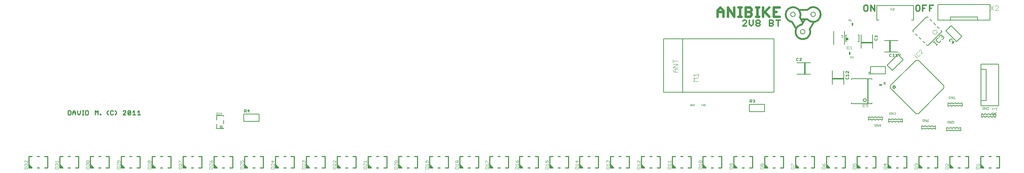
<source format=gto>
G75*
G70*
%OFA0B0*%
%FSLAX24Y24*%
%IPPOS*%
%LPD*%
%AMOC8*
5,1,8,0,0,1.08239X$1,22.5*
%
%ADD10C,0.0100*%
%ADD11C,0.0220*%
%ADD12C,0.0140*%
%ADD13C,0.0010*%
%ADD14C,0.0020*%
%ADD15C,0.0050*%
%ADD16C,0.0060*%
%ADD17C,0.0030*%
%ADD18C,0.0080*%
%ADD19R,0.0148X0.1100*%
%ADD20R,0.1100X0.0148*%
%ADD21R,0.0180X0.0300*%
%ADD22C,0.0040*%
%ADD23R,0.0300X0.0180*%
%ADD24C,0.0160*%
D10*
X000665Y005886D02*
X000765Y005886D01*
X000865Y005886D01*
X000665Y006086D01*
X000665Y005986D01*
X000665Y006086D01*
X000665Y006186D01*
X000965Y005886D01*
X000865Y005886D01*
X000765Y005886D02*
X000665Y005986D01*
X000665Y005886D01*
X000665Y006186D02*
X000665Y006986D01*
X000965Y006986D01*
X001465Y006986D02*
X001665Y006986D01*
X002165Y006986D02*
X002465Y006986D01*
X002465Y005886D01*
X002165Y005886D01*
X001665Y005886D02*
X001465Y005886D01*
X003625Y005886D02*
X003725Y005886D01*
X003825Y005886D01*
X003625Y006086D01*
X003625Y005986D01*
X003625Y006086D01*
X003625Y006186D01*
X003925Y005886D01*
X003825Y005886D01*
X003725Y005886D02*
X003625Y005986D01*
X003625Y005886D01*
X003625Y006186D02*
X003625Y006986D01*
X003925Y006986D01*
X004425Y006986D02*
X004625Y006986D01*
X005125Y006986D02*
X005425Y006986D01*
X005425Y005886D01*
X005125Y005886D01*
X004625Y005886D02*
X004425Y005886D01*
X006585Y005886D02*
X006685Y005886D01*
X006785Y005886D01*
X006585Y006086D01*
X006585Y005986D01*
X006585Y006086D01*
X006585Y006186D01*
X006885Y005886D01*
X006785Y005886D01*
X006685Y005886D02*
X006585Y005986D01*
X006585Y005886D01*
X006585Y006186D02*
X006585Y006986D01*
X006885Y006986D01*
X007385Y006986D02*
X007585Y006986D01*
X008085Y006986D02*
X008385Y006986D01*
X008385Y005886D01*
X008085Y005886D01*
X007585Y005886D02*
X007385Y005886D01*
X009545Y005886D02*
X009645Y005886D01*
X009745Y005886D01*
X009545Y006086D01*
X009545Y005986D01*
X009545Y006086D01*
X009545Y006186D01*
X009845Y005886D01*
X009745Y005886D01*
X009645Y005886D02*
X009545Y005986D01*
X009545Y005886D01*
X009545Y006186D02*
X009545Y006986D01*
X009845Y006986D01*
X010345Y006986D02*
X010545Y006986D01*
X011045Y006986D02*
X011345Y006986D01*
X011345Y005886D01*
X011045Y005886D01*
X010545Y005886D02*
X010345Y005886D01*
X012505Y005886D02*
X012605Y005886D01*
X012705Y005886D01*
X012505Y006086D01*
X012505Y005986D01*
X012505Y006086D01*
X012505Y006186D01*
X012805Y005886D01*
X012705Y005886D01*
X012605Y005886D02*
X012505Y005986D01*
X012505Y005886D01*
X012505Y006186D02*
X012505Y006986D01*
X012805Y006986D01*
X013305Y006986D02*
X013505Y006986D01*
X014005Y006986D02*
X014305Y006986D01*
X014305Y005886D01*
X014005Y005886D01*
X013505Y005886D02*
X013305Y005886D01*
X015465Y005886D02*
X015565Y005886D01*
X015665Y005886D01*
X015465Y006086D01*
X015465Y005986D01*
X015465Y006086D01*
X015465Y006186D01*
X015765Y005886D01*
X015665Y005886D01*
X015565Y005886D02*
X015465Y005986D01*
X015465Y005886D01*
X015465Y006186D02*
X015465Y006986D01*
X015765Y006986D01*
X016265Y006986D02*
X016465Y006986D01*
X016965Y006986D02*
X017265Y006986D01*
X017265Y005886D01*
X016965Y005886D01*
X016465Y005886D02*
X016265Y005886D01*
X018425Y005886D02*
X018525Y005886D01*
X018625Y005886D01*
X018425Y006086D01*
X018425Y005986D01*
X018425Y006086D01*
X018425Y006186D01*
X018725Y005886D01*
X018625Y005886D01*
X018525Y005886D02*
X018425Y005986D01*
X018425Y005886D01*
X018425Y006186D02*
X018425Y006986D01*
X018725Y006986D01*
X019225Y006986D02*
X019425Y006986D01*
X019925Y006986D02*
X020225Y006986D01*
X020225Y005886D01*
X019925Y005886D01*
X019425Y005886D02*
X019225Y005886D01*
X021385Y005886D02*
X021485Y005886D01*
X021585Y005886D01*
X021385Y006086D01*
X021385Y005986D01*
X021385Y006086D01*
X021385Y006186D01*
X021685Y005886D01*
X021585Y005886D01*
X021485Y005886D02*
X021385Y005986D01*
X021385Y005886D01*
X021385Y006186D02*
X021385Y006986D01*
X021685Y006986D01*
X022185Y006986D02*
X022385Y006986D01*
X022885Y006986D02*
X023185Y006986D01*
X023185Y005886D01*
X022885Y005886D01*
X022385Y005886D02*
X022185Y005886D01*
X024345Y005886D02*
X024445Y005886D01*
X024545Y005886D01*
X024345Y006086D01*
X024345Y005986D01*
X024345Y006086D01*
X024345Y006186D01*
X024645Y005886D01*
X024545Y005886D01*
X024445Y005886D02*
X024345Y005986D01*
X024345Y005886D01*
X024345Y006186D02*
X024345Y006986D01*
X024645Y006986D01*
X025145Y006986D02*
X025345Y006986D01*
X025845Y006986D02*
X026145Y006986D01*
X026145Y005886D01*
X025845Y005886D01*
X025345Y005886D02*
X025145Y005886D01*
X027305Y005886D02*
X027405Y005886D01*
X027505Y005886D01*
X027305Y006086D01*
X027305Y005986D01*
X027305Y006086D01*
X027305Y006186D01*
X027605Y005886D01*
X027505Y005886D01*
X027405Y005886D02*
X027305Y005986D01*
X027305Y005886D01*
X027305Y006186D02*
X027305Y006986D01*
X027605Y006986D01*
X028105Y006986D02*
X028305Y006986D01*
X028805Y006986D02*
X029105Y006986D01*
X029105Y005886D01*
X028805Y005886D01*
X028305Y005886D02*
X028105Y005886D01*
X030265Y005886D02*
X030365Y005886D01*
X030465Y005886D01*
X030265Y006086D01*
X030265Y005986D01*
X030265Y006086D01*
X030265Y006186D01*
X030565Y005886D01*
X030465Y005886D01*
X030365Y005886D02*
X030265Y005986D01*
X030265Y005886D01*
X030265Y006186D02*
X030265Y006986D01*
X030565Y006986D01*
X031065Y006986D02*
X031265Y006986D01*
X031765Y006986D02*
X032065Y006986D01*
X032065Y005886D01*
X031765Y005886D01*
X031265Y005886D02*
X031065Y005886D01*
X033225Y005886D02*
X033325Y005886D01*
X033425Y005886D01*
X033225Y006086D01*
X033225Y005986D01*
X033225Y006086D01*
X033225Y006186D01*
X033525Y005886D01*
X033425Y005886D01*
X033325Y005886D02*
X033225Y005986D01*
X033225Y005886D01*
X033225Y006186D02*
X033225Y006986D01*
X033525Y006986D01*
X034025Y006986D02*
X034225Y006986D01*
X034725Y006986D02*
X035025Y006986D01*
X035025Y005886D01*
X034725Y005886D01*
X034225Y005886D02*
X034025Y005886D01*
X036185Y005886D02*
X036285Y005886D01*
X036385Y005886D01*
X036185Y006086D01*
X036185Y005986D01*
X036185Y006086D01*
X036185Y006186D01*
X036485Y005886D01*
X036385Y005886D01*
X036285Y005886D02*
X036185Y005986D01*
X036185Y005886D01*
X036185Y006186D02*
X036185Y006986D01*
X036485Y006986D01*
X036985Y006986D02*
X037185Y006986D01*
X037685Y006986D02*
X037985Y006986D01*
X037985Y005886D01*
X037685Y005886D01*
X037185Y005886D02*
X036985Y005886D01*
X039145Y005886D02*
X039245Y005886D01*
X039345Y005886D01*
X039145Y006086D01*
X039145Y005986D01*
X039145Y006086D01*
X039145Y006186D01*
X039445Y005886D01*
X039345Y005886D01*
X039245Y005886D02*
X039145Y005986D01*
X039145Y005886D01*
X039145Y006186D02*
X039145Y006986D01*
X039445Y006986D01*
X039945Y006986D02*
X040145Y006986D01*
X040645Y006986D02*
X040945Y006986D01*
X040945Y005886D01*
X040645Y005886D01*
X040145Y005886D02*
X039945Y005886D01*
X042025Y005886D02*
X042125Y005886D01*
X042225Y005886D01*
X042025Y006086D01*
X042025Y005986D01*
X042025Y006086D01*
X042025Y006186D01*
X042325Y005886D01*
X042225Y005886D01*
X042125Y005886D02*
X042025Y005986D01*
X042025Y005886D01*
X042025Y006186D02*
X042025Y006986D01*
X042325Y006986D01*
X042825Y006986D02*
X043025Y006986D01*
X043525Y006986D02*
X043825Y006986D01*
X043825Y005886D01*
X043525Y005886D01*
X043025Y005886D02*
X042825Y005886D01*
X044905Y005886D02*
X045005Y005886D01*
X045105Y005886D01*
X044905Y006086D01*
X044905Y005986D01*
X044905Y006086D01*
X044905Y006186D01*
X045205Y005886D01*
X045105Y005886D01*
X045005Y005886D02*
X044905Y005986D01*
X044905Y005886D01*
X044905Y006186D02*
X044905Y006986D01*
X045205Y006986D01*
X045705Y006986D02*
X045905Y006986D01*
X046405Y006986D02*
X046705Y006986D01*
X046705Y005886D01*
X046405Y005886D01*
X045905Y005886D02*
X045705Y005886D01*
X047785Y005886D02*
X047885Y005886D01*
X047985Y005886D01*
X047785Y006086D01*
X047785Y005986D01*
X047785Y006086D01*
X047785Y006186D01*
X048085Y005886D01*
X047985Y005886D01*
X047885Y005886D02*
X047785Y005986D01*
X047785Y005886D01*
X047785Y006186D02*
X047785Y006986D01*
X048085Y006986D01*
X048585Y006986D02*
X048785Y006986D01*
X049285Y006986D02*
X049585Y006986D01*
X049585Y005886D01*
X049285Y005886D01*
X048785Y005886D02*
X048585Y005886D01*
X050665Y005886D02*
X050765Y005886D01*
X050865Y005886D01*
X050665Y006086D01*
X050665Y005986D01*
X050665Y006086D01*
X050665Y006186D01*
X050965Y005886D01*
X050865Y005886D01*
X050765Y005886D02*
X050665Y005986D01*
X050665Y005886D01*
X050665Y006186D02*
X050665Y006986D01*
X050965Y006986D01*
X051465Y006986D02*
X051665Y006986D01*
X052165Y006986D02*
X052465Y006986D01*
X052465Y005886D01*
X052165Y005886D01*
X051665Y005886D02*
X051465Y005886D01*
X053545Y005886D02*
X053645Y005886D01*
X053745Y005886D01*
X053545Y006086D01*
X053545Y005986D01*
X053545Y006086D01*
X053545Y006186D01*
X053845Y005886D01*
X053745Y005886D01*
X053645Y005886D02*
X053545Y005986D01*
X053545Y005886D01*
X053545Y006186D02*
X053545Y006986D01*
X053845Y006986D01*
X054345Y006986D02*
X054545Y006986D01*
X055045Y006986D02*
X055345Y006986D01*
X055345Y005886D01*
X055045Y005886D01*
X054545Y005886D02*
X054345Y005886D01*
X056505Y005886D02*
X056605Y005886D01*
X056705Y005886D01*
X056505Y006086D01*
X056505Y005986D01*
X056505Y006086D01*
X056505Y006186D01*
X056805Y005886D01*
X056705Y005886D01*
X056605Y005886D02*
X056505Y005986D01*
X056505Y005886D01*
X056505Y006186D02*
X056505Y006986D01*
X056805Y006986D01*
X057305Y006986D02*
X057505Y006986D01*
X058005Y006986D02*
X058305Y006986D01*
X058305Y005886D01*
X058005Y005886D01*
X057505Y005886D02*
X057305Y005886D01*
X059465Y005886D02*
X059565Y005886D01*
X059665Y005886D01*
X059465Y006086D01*
X059465Y005986D01*
X059465Y006086D01*
X059465Y006186D01*
X059765Y005886D01*
X059665Y005886D01*
X059565Y005886D02*
X059465Y005986D01*
X059465Y005886D01*
X059465Y006186D02*
X059465Y006986D01*
X059765Y006986D01*
X060265Y006986D02*
X060465Y006986D01*
X060965Y006986D02*
X061265Y006986D01*
X061265Y005886D01*
X060965Y005886D01*
X060465Y005886D02*
X060265Y005886D01*
X062425Y005886D02*
X062525Y005886D01*
X062625Y005886D01*
X062425Y006086D01*
X062425Y005986D01*
X062425Y006086D01*
X062425Y006186D01*
X062725Y005886D01*
X062625Y005886D01*
X062525Y005886D02*
X062425Y005986D01*
X062425Y005886D01*
X062425Y006186D02*
X062425Y006986D01*
X062725Y006986D01*
X063225Y006986D02*
X063425Y006986D01*
X063925Y006986D02*
X064225Y006986D01*
X064225Y005886D01*
X063925Y005886D01*
X063425Y005886D02*
X063225Y005886D01*
X065385Y005886D02*
X065485Y005886D01*
X065585Y005886D01*
X065385Y006086D01*
X065385Y005986D01*
X065385Y006086D01*
X065385Y006186D01*
X065685Y005886D01*
X065585Y005886D01*
X065485Y005886D02*
X065385Y005986D01*
X065385Y005886D01*
X065385Y006186D02*
X065385Y006986D01*
X065685Y006986D01*
X066185Y006986D02*
X066385Y006986D01*
X066885Y006986D02*
X067185Y006986D01*
X067185Y005886D01*
X066885Y005886D01*
X066385Y005886D02*
X066185Y005886D01*
X068345Y005886D02*
X068445Y005886D01*
X068545Y005886D01*
X068345Y006086D01*
X068345Y005986D01*
X068345Y006086D01*
X068345Y006186D01*
X068645Y005886D01*
X068545Y005886D01*
X068445Y005886D02*
X068345Y005986D01*
X068345Y005886D01*
X068345Y006186D02*
X068345Y006986D01*
X068645Y006986D01*
X069145Y006986D02*
X069345Y006986D01*
X069845Y006986D02*
X070145Y006986D01*
X070145Y005886D01*
X069845Y005886D01*
X069345Y005886D02*
X069145Y005886D01*
X071305Y005886D02*
X071405Y005886D01*
X071505Y005886D01*
X071305Y006086D01*
X071305Y005986D01*
X071305Y006086D01*
X071305Y006186D01*
X071605Y005886D01*
X071505Y005886D01*
X071405Y005886D02*
X071305Y005986D01*
X071305Y005886D01*
X071305Y006186D02*
X071305Y006986D01*
X071605Y006986D01*
X072105Y006986D02*
X072305Y006986D01*
X072805Y006986D02*
X073105Y006986D01*
X073105Y005886D01*
X072805Y005886D01*
X072305Y005886D02*
X072105Y005886D01*
X074265Y005886D02*
X074365Y005886D01*
X074465Y005886D01*
X074265Y006086D01*
X074265Y005986D01*
X074265Y006086D01*
X074265Y006186D01*
X074565Y005886D01*
X074465Y005886D01*
X074365Y005886D02*
X074265Y005986D01*
X074265Y005886D01*
X074265Y006186D02*
X074265Y006986D01*
X074565Y006986D01*
X075065Y006986D02*
X075265Y006986D01*
X075765Y006986D02*
X076065Y006986D01*
X076065Y005886D01*
X075765Y005886D01*
X075265Y005886D02*
X075065Y005886D01*
X077225Y005886D02*
X077325Y005886D01*
X077425Y005886D01*
X077225Y006086D01*
X077225Y005986D01*
X077225Y006086D01*
X077225Y006186D01*
X077525Y005886D01*
X077425Y005886D01*
X077325Y005886D02*
X077225Y005986D01*
X077225Y005886D01*
X077225Y006186D02*
X077225Y006986D01*
X077525Y006986D01*
X078025Y006986D02*
X078225Y006986D01*
X078725Y006986D02*
X079025Y006986D01*
X079025Y005886D01*
X078725Y005886D01*
X078225Y005886D02*
X078025Y005886D01*
X080185Y005886D02*
X080285Y005886D01*
X080385Y005886D01*
X080185Y006086D01*
X080185Y005986D01*
X080185Y006086D01*
X080185Y006186D01*
X080485Y005886D01*
X080385Y005886D01*
X080285Y005886D02*
X080185Y005986D01*
X080185Y005886D01*
X080185Y006186D02*
X080185Y006986D01*
X080485Y006986D01*
X080985Y006986D02*
X081185Y006986D01*
X081685Y006986D02*
X081985Y006986D01*
X081985Y005886D01*
X081685Y005886D01*
X081185Y005886D02*
X080985Y005886D01*
X083145Y005886D02*
X083245Y005886D01*
X083345Y005886D01*
X083145Y006086D01*
X083145Y005986D01*
X083145Y006086D01*
X083145Y006186D01*
X083445Y005886D01*
X083345Y005886D01*
X083245Y005886D02*
X083145Y005986D01*
X083145Y005886D01*
X083145Y006186D02*
X083145Y006986D01*
X083445Y006986D01*
X083945Y006986D02*
X084145Y006986D01*
X084645Y006986D02*
X084945Y006986D01*
X084945Y005886D01*
X084645Y005886D01*
X084145Y005886D02*
X083945Y005886D01*
X086105Y005886D02*
X086205Y005886D01*
X086305Y005886D01*
X086105Y006086D01*
X086105Y005986D01*
X086105Y006086D01*
X086105Y006186D01*
X086405Y005886D01*
X086305Y005886D01*
X086205Y005886D02*
X086105Y005986D01*
X086105Y005886D01*
X086105Y006186D02*
X086105Y006986D01*
X086405Y006986D01*
X086905Y006986D02*
X087105Y006986D01*
X087605Y006986D02*
X087905Y006986D01*
X087905Y005886D01*
X087605Y005886D01*
X087105Y005886D02*
X086905Y005886D01*
X089065Y005886D02*
X089165Y005886D01*
X089265Y005886D01*
X089065Y006086D01*
X089065Y005986D01*
X089065Y006086D01*
X089065Y006186D01*
X089365Y005886D01*
X089265Y005886D01*
X089165Y005886D02*
X089065Y005986D01*
X089065Y005886D01*
X089065Y006186D02*
X089065Y006986D01*
X089365Y006986D01*
X089865Y006986D02*
X090065Y006986D01*
X090565Y006986D02*
X090865Y006986D01*
X090865Y005886D01*
X090565Y005886D01*
X090065Y005886D02*
X089865Y005886D01*
X092025Y005886D02*
X092125Y005886D01*
X092225Y005886D01*
X092025Y006086D01*
X092025Y005986D01*
X092025Y006086D01*
X092025Y006186D01*
X092325Y005886D01*
X092225Y005886D01*
X092125Y005886D02*
X092025Y005986D01*
X092025Y005886D01*
X092025Y006186D02*
X092025Y006986D01*
X092325Y006986D01*
X092825Y006986D02*
X093025Y006986D01*
X093525Y006986D02*
X093825Y006986D01*
X093825Y005886D01*
X093525Y005886D01*
X093025Y005886D02*
X092825Y005886D01*
X081215Y012096D02*
X081215Y014446D01*
X083607Y013666D02*
X083609Y013686D01*
X083614Y013706D01*
X083624Y013724D01*
X083636Y013741D01*
X083651Y013755D01*
X083669Y013765D01*
X083688Y013773D01*
X083708Y013777D01*
X083728Y013777D01*
X083748Y013773D01*
X083767Y013765D01*
X083785Y013755D01*
X083800Y013741D01*
X083812Y013724D01*
X083822Y013706D01*
X083827Y013686D01*
X083829Y013666D01*
X083827Y013646D01*
X083822Y013626D01*
X083812Y013608D01*
X083800Y013591D01*
X083785Y013577D01*
X083767Y013567D01*
X083748Y013559D01*
X083728Y013555D01*
X083708Y013555D01*
X083688Y013559D01*
X083669Y013567D01*
X083651Y013577D01*
X083636Y013591D01*
X083624Y013608D01*
X083614Y013626D01*
X083609Y013646D01*
X083607Y013666D01*
X011367Y010991D02*
X011100Y010991D01*
X011234Y010991D02*
X011234Y011391D01*
X011100Y011258D01*
X010907Y010991D02*
X010640Y010991D01*
X010773Y010991D02*
X010773Y011391D01*
X010640Y011258D01*
X010446Y011324D02*
X010179Y011057D01*
X010246Y010991D01*
X010380Y010991D01*
X010446Y011057D01*
X010446Y011324D01*
X010380Y011391D01*
X010246Y011391D01*
X010179Y011324D01*
X010179Y011057D01*
X009986Y010991D02*
X009719Y010991D01*
X009986Y011258D01*
X009986Y011324D01*
X009919Y011391D01*
X009786Y011391D01*
X009719Y011324D01*
X009085Y011258D02*
X009085Y011124D01*
X008952Y010991D01*
X008758Y011057D02*
X008692Y010991D01*
X008558Y010991D01*
X008491Y011057D01*
X008491Y011324D01*
X008558Y011391D01*
X008692Y011391D01*
X008758Y011324D01*
X008952Y011391D02*
X009085Y011258D01*
X008318Y011391D02*
X008185Y011258D01*
X008185Y011124D01*
X008318Y010991D01*
X007561Y010991D02*
X007494Y010991D01*
X007494Y011057D01*
X007561Y011057D01*
X007561Y010991D01*
X007301Y010991D02*
X007301Y011391D01*
X007167Y011258D01*
X007034Y011391D01*
X007034Y010991D01*
X006380Y011057D02*
X006380Y011324D01*
X006313Y011391D01*
X006113Y011391D01*
X006113Y010991D01*
X006313Y010991D01*
X006380Y011057D01*
X005940Y010991D02*
X005806Y010991D01*
X005873Y010991D02*
X005873Y011391D01*
X005806Y011391D02*
X005940Y011391D01*
X005613Y011391D02*
X005613Y011124D01*
X005479Y010991D01*
X005346Y011124D01*
X005346Y011391D01*
X005152Y011258D02*
X005152Y010991D01*
X005152Y011191D02*
X004885Y011191D01*
X004885Y011258D02*
X004885Y010991D01*
X004692Y011057D02*
X004692Y011324D01*
X004625Y011391D01*
X004425Y011391D01*
X004425Y010991D01*
X004625Y010991D01*
X004692Y011057D01*
X004885Y011258D02*
X005019Y011391D01*
X005152Y011258D01*
D11*
X066755Y020436D02*
X066755Y021023D01*
X067049Y021316D01*
X067342Y021023D01*
X067342Y020436D01*
X067768Y020436D02*
X067768Y021316D01*
X068355Y020436D01*
X068355Y021316D01*
X068781Y021316D02*
X069074Y021316D01*
X068927Y021316D02*
X068927Y020436D01*
X068781Y020436D02*
X069074Y020436D01*
X069456Y020436D02*
X069896Y020436D01*
X070043Y020582D01*
X070043Y020729D01*
X069896Y020876D01*
X069456Y020876D01*
X069896Y020876D02*
X070043Y021023D01*
X070043Y021170D01*
X069896Y021316D01*
X069456Y021316D01*
X069456Y020436D01*
X070469Y020436D02*
X070762Y020436D01*
X070616Y020436D02*
X070616Y021316D01*
X070762Y021316D02*
X070469Y021316D01*
X071144Y021316D02*
X071144Y020436D01*
X071144Y020729D02*
X071731Y021316D01*
X072157Y021316D02*
X072157Y020436D01*
X072744Y020436D01*
X071731Y020436D02*
X071291Y020876D01*
X072157Y020876D02*
X072450Y020876D01*
X072157Y021316D02*
X072744Y021316D01*
X067342Y020876D02*
X066755Y020876D01*
D12*
X069195Y019983D02*
X069288Y020076D01*
X069475Y020076D01*
X069569Y019983D01*
X069569Y019889D01*
X069195Y019516D01*
X069569Y019516D01*
X069840Y019702D02*
X070026Y019516D01*
X070213Y019702D01*
X070213Y020076D01*
X070484Y019983D02*
X070484Y019889D01*
X070577Y019796D01*
X070764Y019796D01*
X070858Y019702D01*
X070858Y019609D01*
X070764Y019516D01*
X070577Y019516D01*
X070484Y019609D01*
X070484Y019702D01*
X070577Y019796D01*
X070764Y019796D02*
X070858Y019889D01*
X070858Y019983D01*
X070764Y020076D01*
X070577Y020076D01*
X070484Y019983D01*
X069840Y020076D02*
X069840Y019702D01*
X071773Y019796D02*
X072053Y019796D01*
X072147Y019702D01*
X072147Y019609D01*
X072053Y019516D01*
X071773Y019516D01*
X071773Y020076D01*
X072053Y020076D01*
X072147Y019983D01*
X072147Y019889D01*
X072053Y019796D01*
X072418Y020076D02*
X072791Y020076D01*
X072604Y020076D02*
X072604Y019516D01*
X080845Y021049D02*
X080845Y021423D01*
X080938Y021516D01*
X081125Y021516D01*
X081219Y021423D01*
X081219Y021049D01*
X081125Y020956D01*
X080938Y020956D01*
X080845Y021049D01*
X081490Y020956D02*
X081490Y021516D01*
X081863Y020956D01*
X081863Y021516D01*
X085835Y021423D02*
X085835Y021049D01*
X085928Y020956D01*
X086115Y020956D01*
X086209Y021049D01*
X086209Y021423D01*
X086115Y021516D01*
X085928Y021516D01*
X085835Y021423D01*
X086480Y021516D02*
X086853Y021516D01*
X087124Y021516D02*
X087498Y021516D01*
X087124Y021516D02*
X087124Y020956D01*
X087124Y021236D02*
X087311Y021236D01*
X086666Y021236D02*
X086480Y021236D01*
X086480Y020956D02*
X086480Y021516D01*
D13*
X079577Y020161D02*
X079577Y020011D01*
X079527Y020011D02*
X079627Y020011D01*
X079527Y020111D02*
X079577Y020161D01*
X079480Y020136D02*
X079480Y020086D01*
X079455Y020061D01*
X079380Y020061D01*
X079430Y020061D02*
X079480Y020011D01*
X079380Y020011D02*
X079380Y020161D01*
X079455Y020161D01*
X079480Y020136D01*
X078817Y018658D02*
X078817Y018558D01*
X078817Y018511D02*
X078817Y018411D01*
X078667Y018411D01*
X078717Y018558D02*
X078667Y018608D01*
X078817Y018608D01*
X079545Y016601D02*
X079620Y016601D01*
X079645Y016576D01*
X079645Y016526D01*
X079620Y016501D01*
X079545Y016501D01*
X079545Y016451D02*
X079545Y016601D01*
X079595Y016501D02*
X079645Y016451D01*
X079693Y016451D02*
X079793Y016551D01*
X079793Y016576D01*
X079768Y016601D01*
X079718Y016601D01*
X079693Y016576D01*
X079693Y016451D02*
X079793Y016451D01*
X082750Y014163D02*
X082750Y014063D01*
X082825Y014063D01*
X082800Y014113D01*
X082800Y014138D01*
X082825Y014163D01*
X082875Y014163D01*
X082900Y014138D01*
X082900Y014088D01*
X082875Y014063D01*
X082900Y014016D02*
X082850Y013966D01*
X082850Y013991D02*
X082850Y013916D01*
X082900Y013916D02*
X082750Y013916D01*
X082750Y013991D01*
X082775Y014016D01*
X082825Y014016D01*
X082850Y013991D01*
X065605Y011976D02*
X065605Y011876D01*
X065580Y011851D01*
X065505Y011851D01*
X065505Y012001D01*
X065580Y012001D01*
X065605Y011976D01*
X065457Y012001D02*
X065357Y011851D01*
X065260Y011851D02*
X065260Y012001D01*
X065210Y012001D02*
X065310Y012001D01*
X065357Y012001D02*
X065457Y011851D01*
X064565Y011876D02*
X064565Y011976D01*
X064540Y012001D01*
X064465Y012001D01*
X064465Y011851D01*
X064540Y011851D01*
X064565Y011876D01*
X064417Y011851D02*
X064317Y012001D01*
X064270Y011976D02*
X064270Y011926D01*
X064245Y011901D01*
X064170Y011901D01*
X064220Y011901D02*
X064270Y011851D01*
X064317Y011851D02*
X064417Y012001D01*
X064270Y011976D02*
X064245Y012001D01*
X064170Y012001D01*
X064170Y011851D01*
D14*
X080686Y011766D02*
X080759Y011766D01*
X080722Y011766D02*
X080722Y011986D01*
X080686Y011986D02*
X080759Y011986D01*
X080833Y011949D02*
X080833Y011802D01*
X080870Y011766D01*
X080943Y011766D01*
X080980Y011802D01*
X081054Y011802D02*
X081091Y011766D01*
X081164Y011766D01*
X081201Y011802D01*
X081201Y011876D01*
X081164Y011912D01*
X081127Y011912D01*
X081054Y011876D01*
X081054Y011986D01*
X081201Y011986D01*
X080980Y011949D02*
X080943Y011986D01*
X080870Y011986D01*
X080833Y011949D01*
X083284Y011228D02*
X083395Y011228D01*
X083431Y011192D01*
X083431Y011118D01*
X083395Y011081D01*
X083284Y011081D01*
X083284Y011008D02*
X083284Y011228D01*
X083358Y011081D02*
X083431Y011008D01*
X083505Y011008D02*
X083505Y011228D01*
X083652Y011008D01*
X083652Y011228D01*
X083726Y011192D02*
X083763Y011228D01*
X083837Y011228D01*
X083873Y011192D01*
X083873Y011155D01*
X083837Y011118D01*
X083873Y011081D01*
X083873Y011045D01*
X083837Y011008D01*
X083763Y011008D01*
X083726Y011045D01*
X083800Y011118D02*
X083837Y011118D01*
X086464Y010548D02*
X086575Y010548D01*
X086611Y010512D01*
X086611Y010438D01*
X086575Y010401D01*
X086464Y010401D01*
X086464Y010328D02*
X086464Y010548D01*
X086538Y010401D02*
X086611Y010328D01*
X086685Y010328D02*
X086685Y010548D01*
X086832Y010328D01*
X086832Y010548D01*
X086906Y010438D02*
X087017Y010438D01*
X087053Y010401D01*
X087053Y010365D01*
X087017Y010328D01*
X086943Y010328D01*
X086906Y010365D01*
X086906Y010438D01*
X086980Y010512D01*
X087053Y010548D01*
X088874Y010388D02*
X088985Y010388D01*
X089021Y010352D01*
X089021Y010278D01*
X088985Y010241D01*
X088874Y010241D01*
X088874Y010168D02*
X088874Y010388D01*
X088948Y010241D02*
X089021Y010168D01*
X089095Y010168D02*
X089095Y010388D01*
X089242Y010168D01*
X089242Y010388D01*
X089316Y010388D02*
X089316Y010278D01*
X089390Y010315D01*
X089427Y010315D01*
X089463Y010278D01*
X089463Y010205D01*
X089427Y010168D01*
X089353Y010168D01*
X089316Y010205D01*
X089316Y010388D02*
X089463Y010388D01*
X092224Y011488D02*
X092224Y011708D01*
X092335Y011708D01*
X092371Y011672D01*
X092371Y011598D01*
X092335Y011561D01*
X092224Y011561D01*
X092298Y011561D02*
X092371Y011488D01*
X092445Y011488D02*
X092445Y011708D01*
X092592Y011488D01*
X092592Y011708D01*
X092666Y011672D02*
X092703Y011708D01*
X092777Y011708D01*
X092813Y011672D01*
X092813Y011635D01*
X092666Y011488D01*
X092813Y011488D01*
X089593Y012528D02*
X089446Y012528D01*
X089372Y012528D02*
X089372Y012748D01*
X089446Y012675D02*
X089520Y012748D01*
X089520Y012528D01*
X089372Y012528D02*
X089225Y012748D01*
X089225Y012528D01*
X089151Y012528D02*
X089078Y012601D01*
X089115Y012601D02*
X089004Y012601D01*
X089004Y012528D02*
X089004Y012748D01*
X089115Y012748D01*
X089151Y012712D01*
X089151Y012638D01*
X089115Y012601D01*
X082415Y010083D02*
X082305Y009973D01*
X082451Y009973D01*
X082415Y009863D02*
X082415Y010083D01*
X082230Y010083D02*
X082230Y009863D01*
X082084Y010083D01*
X082084Y009863D01*
X082009Y009863D02*
X081936Y009937D01*
X081973Y009937D02*
X081863Y009937D01*
X081863Y009863D02*
X081863Y010083D01*
X081973Y010083D01*
X082009Y010047D01*
X082009Y009973D01*
X081973Y009937D01*
X079680Y017334D02*
X079533Y017334D01*
X079607Y017334D02*
X079607Y017555D01*
X079533Y017481D01*
X079459Y017518D02*
X079422Y017555D01*
X079349Y017555D01*
X079312Y017518D01*
X079312Y017371D01*
X079349Y017334D01*
X079422Y017334D01*
X079459Y017371D01*
X079238Y017334D02*
X079165Y017334D01*
X079202Y017334D02*
X079202Y017555D01*
X079238Y017555D02*
X079165Y017555D01*
X087434Y018941D02*
X087436Y018968D01*
X087442Y018995D01*
X087451Y019021D01*
X087464Y019045D01*
X087480Y019068D01*
X087499Y019087D01*
X087521Y019104D01*
X087545Y019118D01*
X087570Y019128D01*
X087597Y019135D01*
X087624Y019138D01*
X087652Y019137D01*
X087679Y019132D01*
X087705Y019124D01*
X087729Y019112D01*
X087752Y019096D01*
X087773Y019078D01*
X087790Y019057D01*
X087805Y019033D01*
X087816Y019008D01*
X087824Y018982D01*
X087828Y018955D01*
X087828Y018927D01*
X087824Y018900D01*
X087816Y018874D01*
X087805Y018849D01*
X087790Y018825D01*
X087773Y018804D01*
X087752Y018786D01*
X087730Y018770D01*
X087705Y018758D01*
X087679Y018750D01*
X087652Y018745D01*
X087624Y018744D01*
X087597Y018747D01*
X087570Y018754D01*
X087545Y018764D01*
X087521Y018778D01*
X087499Y018795D01*
X087480Y018814D01*
X087464Y018837D01*
X087451Y018861D01*
X087442Y018887D01*
X087436Y018914D01*
X087434Y018941D01*
X083723Y021046D02*
X083576Y021046D01*
X083723Y021192D01*
X083723Y021229D01*
X083686Y021266D01*
X083613Y021266D01*
X083576Y021229D01*
X083502Y021229D02*
X083465Y021266D01*
X083392Y021266D01*
X083355Y021229D01*
X083355Y021192D01*
X083392Y021156D01*
X083465Y021156D01*
X083502Y021119D01*
X083502Y021082D01*
X083465Y021046D01*
X083392Y021046D01*
X083355Y021082D01*
X019177Y011095D02*
X019030Y011095D01*
X019140Y011205D01*
X019140Y010985D01*
X018956Y011022D02*
X018919Y010985D01*
X018846Y010985D01*
X018809Y011022D01*
X018809Y011168D01*
X018846Y011205D01*
X018919Y011205D01*
X018956Y011168D01*
X018735Y011205D02*
X018662Y011205D01*
X018699Y011205D02*
X018699Y010985D01*
X018735Y010985D02*
X018662Y010985D01*
D15*
X018691Y010916D02*
X018691Y010483D01*
X018691Y010089D02*
X018691Y009656D01*
X019380Y009656D01*
X019380Y009715D01*
X019046Y009833D02*
X019048Y009852D01*
X019053Y009871D01*
X019063Y009887D01*
X019075Y009902D01*
X019090Y009914D01*
X019106Y009924D01*
X019125Y009929D01*
X019144Y009931D01*
X019163Y009929D01*
X019182Y009924D01*
X019198Y009914D01*
X019213Y009902D01*
X019225Y009887D01*
X019235Y009871D01*
X019240Y009852D01*
X019242Y009833D01*
X019240Y009814D01*
X019235Y009795D01*
X019225Y009779D01*
X019213Y009764D01*
X019198Y009752D01*
X019182Y009742D01*
X019163Y009737D01*
X019144Y009735D01*
X019125Y009737D01*
X019106Y009742D01*
X019090Y009752D01*
X019075Y009764D01*
X019063Y009779D01*
X019053Y009795D01*
X019048Y009814D01*
X019046Y009833D01*
X019380Y010109D02*
X019380Y010463D01*
X019380Y010857D02*
X019380Y010916D01*
X018691Y010916D01*
X061618Y013166D02*
X072209Y013166D01*
X072209Y018284D01*
X061618Y018284D01*
X061618Y013166D01*
X063445Y013206D02*
X063445Y018246D01*
X073799Y020647D02*
X073801Y020676D01*
X073807Y020704D01*
X073816Y020731D01*
X073829Y020757D01*
X073845Y020780D01*
X073865Y020802D01*
X073886Y020820D01*
X073911Y020836D01*
X073937Y020848D01*
X073964Y020856D01*
X073992Y020861D01*
X074021Y020862D01*
X074050Y020859D01*
X074078Y020852D01*
X074105Y020842D01*
X074130Y020828D01*
X074153Y020811D01*
X074173Y020791D01*
X074191Y020769D01*
X074206Y020744D01*
X074217Y020718D01*
X074225Y020690D01*
X074229Y020661D01*
X074229Y020633D01*
X074225Y020604D01*
X074217Y020576D01*
X074206Y020550D01*
X074191Y020525D01*
X074173Y020503D01*
X074153Y020483D01*
X074130Y020466D01*
X074105Y020452D01*
X074078Y020442D01*
X074050Y020435D01*
X074021Y020432D01*
X073992Y020433D01*
X073964Y020438D01*
X073937Y020446D01*
X073911Y020458D01*
X073886Y020474D01*
X073865Y020492D01*
X073845Y020514D01*
X073829Y020537D01*
X073816Y020563D01*
X073807Y020590D01*
X073801Y020618D01*
X073799Y020647D01*
X075750Y020646D02*
X075752Y020675D01*
X075758Y020703D01*
X075767Y020730D01*
X075780Y020756D01*
X075796Y020779D01*
X075816Y020801D01*
X075837Y020819D01*
X075862Y020835D01*
X075888Y020847D01*
X075915Y020855D01*
X075943Y020860D01*
X075972Y020861D01*
X076001Y020858D01*
X076029Y020851D01*
X076056Y020841D01*
X076081Y020827D01*
X076104Y020810D01*
X076124Y020790D01*
X076142Y020768D01*
X076157Y020743D01*
X076168Y020717D01*
X076176Y020689D01*
X076180Y020660D01*
X076180Y020632D01*
X076176Y020603D01*
X076168Y020575D01*
X076157Y020549D01*
X076142Y020524D01*
X076124Y020502D01*
X076104Y020482D01*
X076081Y020465D01*
X076056Y020451D01*
X076029Y020441D01*
X076001Y020434D01*
X075972Y020431D01*
X075943Y020432D01*
X075915Y020437D01*
X075888Y020445D01*
X075862Y020457D01*
X075837Y020473D01*
X075816Y020491D01*
X075796Y020513D01*
X075780Y020536D01*
X075767Y020562D01*
X075758Y020589D01*
X075752Y020617D01*
X075750Y020646D01*
X074741Y018972D02*
X074743Y019001D01*
X074749Y019029D01*
X074758Y019056D01*
X074771Y019082D01*
X074787Y019105D01*
X074807Y019127D01*
X074828Y019145D01*
X074853Y019161D01*
X074879Y019173D01*
X074906Y019181D01*
X074934Y019186D01*
X074963Y019187D01*
X074992Y019184D01*
X075020Y019177D01*
X075047Y019167D01*
X075072Y019153D01*
X075095Y019136D01*
X075115Y019116D01*
X075133Y019094D01*
X075148Y019069D01*
X075159Y019043D01*
X075167Y019015D01*
X075171Y018986D01*
X075171Y018958D01*
X075167Y018929D01*
X075159Y018901D01*
X075148Y018875D01*
X075133Y018850D01*
X075115Y018828D01*
X075095Y018808D01*
X075072Y018791D01*
X075047Y018777D01*
X075020Y018767D01*
X074992Y018760D01*
X074963Y018757D01*
X074934Y018758D01*
X074906Y018763D01*
X074879Y018771D01*
X074853Y018783D01*
X074828Y018799D01*
X074807Y018817D01*
X074787Y018839D01*
X074771Y018862D01*
X074758Y018888D01*
X074749Y018915D01*
X074743Y018943D01*
X074741Y018972D01*
X079095Y018661D02*
X079095Y018031D01*
X079174Y018031D01*
X079138Y018194D02*
X079138Y018273D01*
X079295Y018273D01*
X079216Y018194D01*
X079216Y018352D01*
X079138Y018273D01*
X079216Y018194D01*
X079138Y018194D01*
X079216Y018194D02*
X079295Y018194D01*
X079295Y018273D01*
X079216Y018352D01*
X079138Y018352D01*
X079138Y018273D01*
X079216Y018352D02*
X079295Y018352D01*
X079295Y018273D01*
X079174Y018661D02*
X079095Y018661D01*
X080276Y018661D02*
X080355Y018661D01*
X080355Y018031D01*
X080276Y018031D01*
X087489Y017963D02*
X087595Y018069D01*
X087542Y018016D02*
X087860Y017698D01*
X087807Y017645D02*
X087913Y017751D01*
X087971Y017915D02*
X088077Y017915D01*
X088183Y018021D01*
X088183Y018127D01*
X088296Y018240D02*
X088403Y018240D01*
X088509Y018347D01*
X088509Y018453D01*
X088456Y018506D01*
X088349Y018506D01*
X088296Y018453D01*
X088349Y018506D02*
X088349Y018612D01*
X088296Y018665D01*
X088190Y018665D01*
X088084Y018559D01*
X088084Y018453D01*
X087971Y018340D02*
X087865Y018339D01*
X087759Y018233D01*
X087759Y018127D01*
X087971Y017915D01*
X092085Y015866D02*
X092085Y015366D01*
X092585Y015366D01*
X092585Y012366D01*
X092085Y012366D01*
X092085Y015366D01*
X092085Y015866D02*
X093785Y015866D01*
X093785Y011866D01*
X092085Y011866D01*
X092085Y012366D01*
X090254Y012123D02*
X090176Y012123D01*
X090097Y012044D01*
X090018Y012044D01*
X089939Y012123D01*
X089861Y012123D01*
X089782Y012044D01*
X089703Y012044D01*
X089624Y012123D01*
X089546Y012123D01*
X089467Y012044D01*
X089388Y012044D01*
X089309Y012123D01*
X089231Y012123D01*
X089152Y012044D01*
X089073Y012044D01*
X088994Y012123D01*
X088916Y012123D01*
X088916Y011808D01*
X088994Y011808D01*
X089073Y011887D01*
X089152Y011887D01*
X089231Y011808D01*
X089309Y011808D01*
X089388Y011887D01*
X089467Y011887D01*
X089546Y011808D01*
X089624Y011808D01*
X089703Y011887D01*
X089782Y011887D01*
X089861Y011808D01*
X089939Y011808D01*
X090018Y011887D01*
X090097Y011887D01*
X090176Y011808D01*
X090254Y011808D01*
X090254Y012123D01*
X092136Y011083D02*
X092214Y011083D01*
X092293Y011004D01*
X092372Y011004D01*
X092451Y011083D01*
X092529Y011083D01*
X092608Y011004D01*
X092687Y011004D01*
X092766Y011083D01*
X092844Y011083D01*
X092923Y011004D01*
X093002Y011004D01*
X093081Y011083D01*
X093159Y011083D01*
X093238Y011004D01*
X093317Y011004D01*
X093396Y011083D01*
X093474Y011083D01*
X093474Y010768D01*
X093396Y010768D01*
X093317Y010847D01*
X093238Y010847D01*
X093159Y010768D01*
X093081Y010768D01*
X093002Y010847D01*
X092923Y010847D01*
X092844Y010768D01*
X092766Y010768D01*
X092687Y010847D01*
X092608Y010847D01*
X092529Y010768D01*
X092451Y010768D01*
X092372Y010847D01*
X092293Y010847D01*
X092214Y010768D01*
X092136Y010768D01*
X092136Y011083D01*
X087714Y009923D02*
X087636Y009923D01*
X087557Y009844D01*
X087478Y009844D01*
X087399Y009923D01*
X087321Y009923D01*
X087242Y009844D01*
X087163Y009844D01*
X087084Y009923D01*
X087006Y009923D01*
X086927Y009844D01*
X086848Y009844D01*
X086769Y009923D01*
X086691Y009923D01*
X086612Y009844D01*
X086533Y009844D01*
X086454Y009923D01*
X086376Y009923D01*
X086376Y009608D01*
X086454Y009608D01*
X086533Y009687D01*
X086612Y009687D01*
X086691Y009608D01*
X086769Y009608D01*
X086848Y009687D01*
X086927Y009687D01*
X087006Y009608D01*
X087084Y009608D01*
X087163Y009687D01*
X087242Y009687D01*
X087321Y009608D01*
X087399Y009608D01*
X087478Y009687D01*
X087557Y009687D01*
X087636Y009608D01*
X087714Y009608D01*
X087714Y009923D01*
X088786Y009763D02*
X088864Y009763D01*
X088943Y009684D01*
X089022Y009684D01*
X089101Y009763D01*
X089179Y009763D01*
X089258Y009684D01*
X089337Y009684D01*
X089416Y009763D01*
X089494Y009763D01*
X089573Y009684D01*
X089652Y009684D01*
X089731Y009763D01*
X089809Y009763D01*
X089888Y009684D01*
X089967Y009684D01*
X090046Y009763D01*
X090124Y009763D01*
X090124Y009448D01*
X090046Y009448D01*
X089967Y009527D01*
X089888Y009527D01*
X089809Y009448D01*
X089731Y009448D01*
X089652Y009527D01*
X089573Y009527D01*
X089494Y009448D01*
X089416Y009448D01*
X089337Y009527D01*
X089258Y009527D01*
X089179Y009448D01*
X089101Y009448D01*
X089022Y009527D01*
X088943Y009527D01*
X088864Y009448D01*
X088786Y009448D01*
X088786Y009763D01*
X084534Y010288D02*
X084534Y010603D01*
X084456Y010603D01*
X084377Y010524D01*
X084298Y010524D01*
X084219Y010603D01*
X084141Y010603D01*
X084062Y010524D01*
X083983Y010524D01*
X083904Y010603D01*
X083826Y010603D01*
X083747Y010524D01*
X083668Y010524D01*
X083589Y010603D01*
X083511Y010603D01*
X083432Y010524D01*
X083353Y010524D01*
X083274Y010603D01*
X083196Y010603D01*
X083196Y010288D01*
X083274Y010288D01*
X083353Y010367D01*
X083432Y010367D01*
X083511Y010288D01*
X083589Y010288D01*
X083668Y010367D01*
X083747Y010367D01*
X083826Y010288D01*
X083904Y010288D01*
X083983Y010367D01*
X084062Y010367D01*
X084141Y010288D01*
X084219Y010288D01*
X084298Y010367D01*
X084377Y010367D01*
X084456Y010288D01*
X084534Y010288D01*
X082594Y010488D02*
X082516Y010488D01*
X082437Y010567D01*
X082358Y010567D01*
X082279Y010488D01*
X082201Y010488D01*
X082122Y010567D01*
X082043Y010567D01*
X081964Y010488D01*
X081886Y010488D01*
X081807Y010567D01*
X081728Y010567D01*
X081649Y010488D01*
X081571Y010488D01*
X081492Y010567D01*
X081413Y010567D01*
X081334Y010488D01*
X081256Y010488D01*
X081256Y010803D01*
X081334Y010803D01*
X081413Y010724D01*
X081492Y010724D01*
X081571Y010803D01*
X081649Y010803D01*
X081728Y010724D01*
X081807Y010724D01*
X081886Y010803D01*
X081964Y010803D01*
X082043Y010724D01*
X082122Y010724D01*
X082201Y010803D01*
X082279Y010803D01*
X082358Y010724D01*
X082437Y010724D01*
X082516Y010803D01*
X082594Y010803D01*
X082594Y010488D01*
X080774Y012396D02*
X080776Y012419D01*
X080782Y012442D01*
X080791Y012463D01*
X080804Y012483D01*
X080820Y012500D01*
X080838Y012514D01*
X080858Y012525D01*
X080880Y012533D01*
X080903Y012537D01*
X080927Y012537D01*
X080950Y012533D01*
X080972Y012525D01*
X080992Y012514D01*
X081010Y012500D01*
X081026Y012483D01*
X081039Y012463D01*
X081048Y012442D01*
X081054Y012419D01*
X081056Y012396D01*
X081054Y012373D01*
X081048Y012350D01*
X081039Y012329D01*
X081026Y012309D01*
X081010Y012292D01*
X080992Y012278D01*
X080972Y012267D01*
X080950Y012259D01*
X080927Y012255D01*
X080903Y012255D01*
X080880Y012259D01*
X080858Y012267D01*
X080838Y012278D01*
X080820Y012292D01*
X080804Y012309D01*
X080791Y012329D01*
X080782Y012350D01*
X080776Y012373D01*
X080774Y012396D01*
X087945Y020096D02*
X087945Y021596D01*
X092945Y021596D01*
X092945Y020096D01*
X091745Y020096D01*
X091745Y020396D01*
X089145Y020396D01*
X089145Y020096D01*
X087945Y020096D01*
X089145Y020096D02*
X091745Y020096D01*
D16*
X088064Y019279D02*
X087885Y019457D01*
X087713Y019630D02*
X087532Y019811D01*
X087359Y019983D02*
X087178Y020164D01*
X087009Y020334D02*
X086972Y020370D01*
X086966Y020375D02*
X086951Y020387D01*
X086934Y020397D01*
X086916Y020402D01*
X086897Y020404D01*
X086878Y020402D01*
X086859Y020397D01*
X086843Y020387D01*
X086828Y020375D01*
X086828Y020376D02*
X085575Y019123D01*
X085563Y019108D01*
X085553Y019091D01*
X085548Y019073D01*
X085546Y019054D01*
X085548Y019035D01*
X085553Y019016D01*
X085563Y019000D01*
X085575Y018985D01*
X085572Y018987D02*
X085614Y018945D01*
X085786Y018772D02*
X085965Y018594D01*
X086140Y018419D02*
X086318Y018241D01*
X086494Y018065D02*
X086672Y017887D01*
X086844Y017714D02*
X086880Y017678D01*
X086884Y017676D02*
X086899Y017664D01*
X086915Y017654D01*
X086934Y017649D01*
X086953Y017647D01*
X086972Y017649D01*
X086990Y017654D01*
X087007Y017664D01*
X087022Y017676D01*
X087022Y017675D02*
X088272Y018925D01*
X088275Y018929D02*
X088287Y018944D01*
X088297Y018960D01*
X088302Y018979D01*
X088304Y018998D01*
X088302Y019017D01*
X088297Y019035D01*
X088287Y019052D01*
X088275Y019067D01*
X088272Y019070D02*
X088236Y019106D01*
X089169Y018291D02*
X089046Y018168D01*
X089046Y018107D01*
X089108Y018046D01*
X089169Y018046D01*
X089316Y018021D02*
X089439Y017898D01*
X089316Y017837D02*
X089500Y018021D01*
X089316Y018021D01*
X089292Y018168D02*
X089292Y018229D01*
X089230Y018291D01*
X089169Y018291D01*
X083987Y016836D02*
X083987Y016576D01*
X083900Y016576D02*
X084074Y016576D01*
X083900Y016749D02*
X083987Y016836D01*
X083692Y016836D02*
X083692Y016576D01*
X083606Y016576D02*
X083779Y016576D01*
X083606Y016749D02*
X083692Y016836D01*
X083485Y016793D02*
X083441Y016836D01*
X083354Y016836D01*
X083311Y016793D01*
X083311Y016619D01*
X083354Y016576D01*
X083441Y016576D01*
X083485Y016619D01*
X082072Y018166D02*
X082115Y018210D01*
X082115Y018296D01*
X082072Y018340D01*
X082115Y018461D02*
X082115Y018634D01*
X082115Y018548D02*
X081855Y018548D01*
X081942Y018461D01*
X081898Y018340D02*
X081855Y018296D01*
X081855Y018210D01*
X081898Y018166D01*
X082072Y018166D01*
X074843Y016393D02*
X074800Y016436D01*
X074713Y016436D01*
X074670Y016393D01*
X074549Y016393D02*
X074505Y016436D01*
X074418Y016436D01*
X074375Y016393D01*
X074375Y016219D01*
X074418Y016176D01*
X074505Y016176D01*
X074549Y016219D01*
X074670Y016176D02*
X074843Y016349D01*
X074843Y016393D01*
X074843Y016176D02*
X074670Y016176D01*
X079095Y015131D02*
X079095Y015044D01*
X079138Y015001D01*
X079095Y015131D02*
X079138Y015174D01*
X079182Y015174D01*
X079355Y015001D01*
X079355Y015174D01*
X079355Y014880D02*
X079355Y014706D01*
X079355Y014793D02*
X079095Y014793D01*
X079182Y014706D01*
X079138Y014585D02*
X079095Y014542D01*
X079095Y014455D01*
X079138Y014412D01*
X079312Y014412D01*
X079355Y014455D01*
X079355Y014542D01*
X079312Y014585D01*
X070363Y012393D02*
X070363Y012349D01*
X070320Y012306D01*
X070363Y012262D01*
X070363Y012219D01*
X070320Y012176D01*
X070233Y012176D01*
X070190Y012219D01*
X070276Y012306D02*
X070320Y012306D01*
X070363Y012393D02*
X070320Y012436D01*
X070233Y012436D01*
X070190Y012393D01*
X070069Y012393D02*
X070069Y012306D01*
X070025Y012262D01*
X069895Y012262D01*
X069895Y012176D02*
X069895Y012436D01*
X070025Y012436D01*
X070069Y012393D01*
X069982Y012262D02*
X070069Y012176D01*
X021843Y011366D02*
X021670Y011366D01*
X021800Y011496D01*
X021800Y011236D01*
X021549Y011236D02*
X021462Y011322D01*
X021505Y011322D02*
X021375Y011322D01*
X021375Y011236D02*
X021375Y011496D01*
X021505Y011496D01*
X021549Y011453D01*
X021549Y011366D01*
X021505Y011322D01*
D17*
X000260Y005946D02*
X000260Y005801D01*
X000550Y005801D01*
X000550Y005946D01*
X000502Y005994D01*
X000308Y005994D01*
X000260Y005946D01*
X000308Y006095D02*
X000260Y006144D01*
X000260Y006240D01*
X000308Y006289D01*
X000357Y006289D01*
X000405Y006240D01*
X000453Y006289D01*
X000502Y006289D01*
X000550Y006240D01*
X000550Y006144D01*
X000502Y006095D01*
X000405Y006192D02*
X000405Y006240D01*
X000308Y006390D02*
X000260Y006438D01*
X000260Y006535D01*
X000308Y006583D01*
X000357Y006583D01*
X000550Y006390D01*
X000550Y006583D01*
X003220Y006487D02*
X003510Y006487D01*
X003510Y006583D02*
X003510Y006390D01*
X003462Y006289D02*
X003510Y006240D01*
X003510Y006144D01*
X003462Y006095D01*
X003462Y005994D02*
X003268Y005994D01*
X003220Y005946D01*
X003220Y005801D01*
X003510Y005801D01*
X003510Y005946D01*
X003462Y005994D01*
X003268Y006095D02*
X003220Y006144D01*
X003220Y006240D01*
X003268Y006289D01*
X003317Y006289D01*
X003365Y006240D01*
X003413Y006289D01*
X003462Y006289D01*
X003365Y006240D02*
X003365Y006192D01*
X003317Y006390D02*
X003220Y006487D01*
X006180Y006535D02*
X006228Y006583D01*
X006422Y006390D01*
X006470Y006438D01*
X006470Y006535D01*
X006422Y006583D01*
X006228Y006583D01*
X006180Y006535D02*
X006180Y006438D01*
X006228Y006390D01*
X006422Y006390D01*
X006422Y006289D02*
X006470Y006240D01*
X006470Y006144D01*
X006422Y006095D01*
X006422Y005994D02*
X006228Y005994D01*
X006180Y005946D01*
X006180Y005801D01*
X006470Y005801D01*
X006470Y005946D01*
X006422Y005994D01*
X006228Y006095D02*
X006180Y006144D01*
X006180Y006240D01*
X006228Y006289D01*
X006277Y006289D01*
X006325Y006240D01*
X006373Y006289D01*
X006422Y006289D01*
X006325Y006240D02*
X006325Y006192D01*
X009140Y006144D02*
X009188Y006095D01*
X009140Y006144D02*
X009140Y006240D01*
X009188Y006289D01*
X009237Y006289D01*
X009430Y006095D01*
X009430Y006289D01*
X009382Y006390D02*
X009430Y006438D01*
X009430Y006535D01*
X009382Y006583D01*
X009188Y006583D01*
X009140Y006535D01*
X009140Y006438D01*
X009188Y006390D01*
X009237Y006390D01*
X009285Y006438D01*
X009285Y006583D01*
X009188Y005994D02*
X009140Y005946D01*
X009140Y005801D01*
X009430Y005801D01*
X009430Y005946D01*
X009382Y005994D01*
X009188Y005994D01*
X012100Y005946D02*
X012100Y005801D01*
X012390Y005801D01*
X012390Y005946D01*
X012342Y005994D01*
X012148Y005994D01*
X012100Y005946D01*
X012148Y006095D02*
X012100Y006144D01*
X012100Y006240D01*
X012148Y006289D01*
X012197Y006289D01*
X012390Y006095D01*
X012390Y006289D01*
X012342Y006390D02*
X012293Y006390D01*
X012245Y006438D01*
X012245Y006535D01*
X012293Y006583D01*
X012342Y006583D01*
X012390Y006535D01*
X012390Y006438D01*
X012342Y006390D01*
X012245Y006438D02*
X012197Y006390D01*
X012148Y006390D01*
X012100Y006438D01*
X012100Y006535D01*
X012148Y006583D01*
X012197Y006583D01*
X012245Y006535D01*
X015060Y006583D02*
X015060Y006390D01*
X015108Y006289D02*
X015060Y006240D01*
X015060Y006144D01*
X015108Y006095D01*
X015108Y005994D02*
X015060Y005946D01*
X015060Y005801D01*
X015350Y005801D01*
X015350Y005946D01*
X015302Y005994D01*
X015108Y005994D01*
X015350Y006095D02*
X015157Y006289D01*
X015108Y006289D01*
X015302Y006390D02*
X015350Y006390D01*
X015302Y006390D02*
X015108Y006583D01*
X015060Y006583D01*
X015350Y006289D02*
X015350Y006095D01*
X018020Y006144D02*
X018068Y006095D01*
X018020Y006144D02*
X018020Y006240D01*
X018068Y006289D01*
X018117Y006289D01*
X018310Y006095D01*
X018310Y006289D01*
X018262Y006390D02*
X018165Y006390D01*
X018165Y006535D01*
X018213Y006583D01*
X018262Y006583D01*
X018310Y006535D01*
X018310Y006438D01*
X018262Y006390D01*
X018165Y006390D02*
X018068Y006487D01*
X018020Y006583D01*
X018068Y005994D02*
X018020Y005946D01*
X018020Y005801D01*
X018310Y005801D01*
X018310Y005946D01*
X018262Y005994D01*
X018068Y005994D01*
X020980Y005946D02*
X020980Y005801D01*
X021270Y005801D01*
X021270Y005946D01*
X021222Y005994D01*
X021028Y005994D01*
X020980Y005946D01*
X021028Y006095D02*
X020980Y006144D01*
X020980Y006240D01*
X021028Y006289D01*
X021077Y006289D01*
X021270Y006095D01*
X021270Y006289D01*
X021222Y006390D02*
X021270Y006438D01*
X021270Y006535D01*
X021222Y006583D01*
X021125Y006583D01*
X021077Y006535D01*
X021077Y006487D01*
X021125Y006390D01*
X020980Y006390D01*
X020980Y006583D01*
X023940Y006535D02*
X024085Y006390D01*
X024085Y006583D01*
X024230Y006535D02*
X023940Y006535D01*
X023988Y006289D02*
X023940Y006240D01*
X023940Y006144D01*
X023988Y006095D01*
X023988Y005994D02*
X023940Y005946D01*
X023940Y005801D01*
X024230Y005801D01*
X024230Y005946D01*
X024182Y005994D01*
X023988Y005994D01*
X024230Y006095D02*
X024037Y006289D01*
X023988Y006289D01*
X024230Y006289D02*
X024230Y006095D01*
X026900Y006144D02*
X026948Y006095D01*
X026900Y006144D02*
X026900Y006240D01*
X026948Y006289D01*
X026997Y006289D01*
X027190Y006095D01*
X027190Y006289D01*
X027142Y006390D02*
X027190Y006438D01*
X027190Y006535D01*
X027142Y006583D01*
X027093Y006583D01*
X027045Y006535D01*
X027045Y006487D01*
X027045Y006535D02*
X026997Y006583D01*
X026948Y006583D01*
X026900Y006535D01*
X026900Y006438D01*
X026948Y006390D01*
X026948Y005994D02*
X026900Y005946D01*
X026900Y005801D01*
X027190Y005801D01*
X027190Y005946D01*
X027142Y005994D01*
X026948Y005994D01*
X029860Y005946D02*
X029860Y005801D01*
X030150Y005801D01*
X030150Y005946D01*
X030102Y005994D01*
X029908Y005994D01*
X029860Y005946D01*
X029908Y006095D02*
X029860Y006144D01*
X029860Y006240D01*
X029908Y006289D01*
X029957Y006289D01*
X030150Y006095D01*
X030150Y006289D01*
X030150Y006390D02*
X029957Y006583D01*
X029908Y006583D01*
X029860Y006535D01*
X029860Y006438D01*
X029908Y006390D01*
X030150Y006390D02*
X030150Y006583D01*
X032820Y006487D02*
X033110Y006487D01*
X033110Y006583D02*
X033110Y006390D01*
X033110Y006289D02*
X033110Y006095D01*
X032917Y006289D01*
X032868Y006289D01*
X032820Y006240D01*
X032820Y006144D01*
X032868Y006095D01*
X032868Y005994D02*
X032820Y005946D01*
X032820Y005801D01*
X033110Y005801D01*
X033110Y005946D01*
X033062Y005994D01*
X032868Y005994D01*
X032917Y006390D02*
X032820Y006487D01*
X035780Y006535D02*
X035828Y006583D01*
X036022Y006390D01*
X036070Y006438D01*
X036070Y006535D01*
X036022Y006583D01*
X035828Y006583D01*
X035780Y006535D02*
X035780Y006438D01*
X035828Y006390D01*
X036022Y006390D01*
X036070Y006289D02*
X036070Y006095D01*
X035877Y006289D01*
X035828Y006289D01*
X035780Y006240D01*
X035780Y006144D01*
X035828Y006095D01*
X035828Y005994D02*
X035780Y005946D01*
X035780Y005801D01*
X036070Y005801D01*
X036070Y005946D01*
X036022Y005994D01*
X035828Y005994D01*
X038740Y005946D02*
X038740Y005801D01*
X039030Y005801D01*
X039030Y005946D01*
X038982Y005994D01*
X038788Y005994D01*
X038740Y005946D01*
X038837Y006095D02*
X038740Y006192D01*
X039030Y006192D01*
X039030Y006095D02*
X039030Y006289D01*
X038982Y006390D02*
X039030Y006438D01*
X039030Y006535D01*
X038982Y006583D01*
X038788Y006583D01*
X038740Y006535D01*
X038740Y006438D01*
X038788Y006390D01*
X038837Y006390D01*
X038885Y006438D01*
X038885Y006583D01*
X041620Y006535D02*
X041668Y006583D01*
X041717Y006583D01*
X041765Y006535D01*
X041765Y006438D01*
X041717Y006390D01*
X041668Y006390D01*
X041620Y006438D01*
X041620Y006535D01*
X041765Y006535D02*
X041813Y006583D01*
X041862Y006583D01*
X041910Y006535D01*
X041910Y006438D01*
X041862Y006390D01*
X041813Y006390D01*
X041765Y006438D01*
X041910Y006289D02*
X041910Y006095D01*
X041910Y006192D02*
X041620Y006192D01*
X041717Y006095D01*
X041668Y005994D02*
X041620Y005946D01*
X041620Y005801D01*
X041910Y005801D01*
X041910Y005946D01*
X041862Y005994D01*
X041668Y005994D01*
X044500Y005946D02*
X044500Y005801D01*
X044790Y005801D01*
X044790Y005946D01*
X044742Y005994D01*
X044548Y005994D01*
X044500Y005946D01*
X044597Y006095D02*
X044500Y006192D01*
X044790Y006192D01*
X044790Y006095D02*
X044790Y006289D01*
X044790Y006390D02*
X044742Y006390D01*
X044548Y006583D01*
X044500Y006583D01*
X044500Y006390D01*
X047380Y006583D02*
X047428Y006487D01*
X047525Y006390D01*
X047525Y006535D01*
X047573Y006583D01*
X047622Y006583D01*
X047670Y006535D01*
X047670Y006438D01*
X047622Y006390D01*
X047525Y006390D01*
X047670Y006289D02*
X047670Y006095D01*
X047670Y006192D02*
X047380Y006192D01*
X047477Y006095D01*
X047428Y005994D02*
X047380Y005946D01*
X047380Y005801D01*
X047670Y005801D01*
X047670Y005946D01*
X047622Y005994D01*
X047428Y005994D01*
X050260Y005946D02*
X050260Y005801D01*
X050550Y005801D01*
X050550Y005946D01*
X050502Y005994D01*
X050308Y005994D01*
X050260Y005946D01*
X050357Y006095D02*
X050260Y006192D01*
X050550Y006192D01*
X050550Y006095D02*
X050550Y006289D01*
X050502Y006390D02*
X050550Y006438D01*
X050550Y006535D01*
X050502Y006583D01*
X050405Y006583D01*
X050357Y006535D01*
X050357Y006487D01*
X050405Y006390D01*
X050260Y006390D01*
X050260Y006583D01*
X053140Y006535D02*
X053285Y006390D01*
X053285Y006583D01*
X053430Y006535D02*
X053140Y006535D01*
X053140Y006192D02*
X053430Y006192D01*
X053430Y006095D02*
X053430Y006289D01*
X053237Y006095D02*
X053140Y006192D01*
X053188Y005994D02*
X053140Y005946D01*
X053140Y005801D01*
X053430Y005801D01*
X053430Y005946D01*
X053382Y005994D01*
X053188Y005994D01*
X056100Y005946D02*
X056100Y005801D01*
X056390Y005801D01*
X056390Y005946D01*
X056342Y005994D01*
X056148Y005994D01*
X056100Y005946D01*
X056197Y006095D02*
X056100Y006192D01*
X056390Y006192D01*
X056390Y006095D02*
X056390Y006289D01*
X056342Y006390D02*
X056390Y006438D01*
X056390Y006535D01*
X056342Y006583D01*
X056293Y006583D01*
X056245Y006535D01*
X056245Y006487D01*
X056245Y006535D02*
X056197Y006583D01*
X056148Y006583D01*
X056100Y006535D01*
X056100Y006438D01*
X056148Y006390D01*
X059060Y006438D02*
X059108Y006390D01*
X059060Y006438D02*
X059060Y006535D01*
X059108Y006583D01*
X059157Y006583D01*
X059350Y006390D01*
X059350Y006583D01*
X059350Y006289D02*
X059350Y006095D01*
X059350Y006192D02*
X059060Y006192D01*
X059157Y006095D01*
X059108Y005994D02*
X059060Y005946D01*
X059060Y005801D01*
X059350Y005801D01*
X059350Y005946D01*
X059302Y005994D01*
X059108Y005994D01*
X062020Y005946D02*
X062020Y005801D01*
X062310Y005801D01*
X062310Y005946D01*
X062262Y005994D01*
X062068Y005994D01*
X062020Y005946D01*
X062117Y006095D02*
X062020Y006192D01*
X062310Y006192D01*
X062310Y006095D02*
X062310Y006289D01*
X062310Y006390D02*
X062310Y006583D01*
X062310Y006487D02*
X062020Y006487D01*
X062117Y006390D01*
X064980Y006438D02*
X064980Y006535D01*
X065028Y006583D01*
X065222Y006390D01*
X065270Y006438D01*
X065270Y006535D01*
X065222Y006583D01*
X065028Y006583D01*
X064980Y006438D02*
X065028Y006390D01*
X065222Y006390D01*
X065270Y006289D02*
X065270Y006095D01*
X065270Y006192D02*
X064980Y006192D01*
X065077Y006095D01*
X065028Y005994D02*
X064980Y005946D01*
X064980Y005801D01*
X065270Y005801D01*
X065270Y005946D01*
X065222Y005994D01*
X065028Y005994D01*
X067940Y005946D02*
X067940Y005801D01*
X068230Y005801D01*
X068230Y005946D01*
X068182Y005994D01*
X067988Y005994D01*
X067940Y005946D01*
X067988Y006095D02*
X068037Y006095D01*
X068085Y006144D01*
X068085Y006289D01*
X068182Y006289D02*
X067988Y006289D01*
X067940Y006240D01*
X067940Y006144D01*
X067988Y006095D01*
X068182Y006095D02*
X068230Y006144D01*
X068230Y006240D01*
X068182Y006289D01*
X070900Y006240D02*
X070948Y006289D01*
X070997Y006289D01*
X071045Y006240D01*
X071045Y006144D01*
X070997Y006095D01*
X070948Y006095D01*
X070900Y006144D01*
X070900Y006240D01*
X071045Y006240D02*
X071093Y006289D01*
X071142Y006289D01*
X071190Y006240D01*
X071190Y006144D01*
X071142Y006095D01*
X071093Y006095D01*
X071045Y006144D01*
X071142Y005994D02*
X070948Y005994D01*
X070900Y005946D01*
X070900Y005801D01*
X071190Y005801D01*
X071190Y005946D01*
X071142Y005994D01*
X073860Y005946D02*
X073860Y005801D01*
X074150Y005801D01*
X074150Y005946D01*
X074102Y005994D01*
X073908Y005994D01*
X073860Y005946D01*
X073860Y006095D02*
X073860Y006289D01*
X073908Y006289D01*
X074102Y006095D01*
X074150Y006095D01*
X076820Y005946D02*
X076820Y005801D01*
X077110Y005801D01*
X077110Y005946D01*
X077062Y005994D01*
X076868Y005994D01*
X076820Y005946D01*
X076965Y006095D02*
X076965Y006240D01*
X077013Y006289D01*
X077062Y006289D01*
X077110Y006240D01*
X077110Y006144D01*
X077062Y006095D01*
X076965Y006095D01*
X076868Y006192D01*
X076820Y006289D01*
X079780Y006289D02*
X079780Y006095D01*
X079925Y006095D01*
X079877Y006192D01*
X079877Y006240D01*
X079925Y006289D01*
X080022Y006289D01*
X080070Y006240D01*
X080070Y006144D01*
X080022Y006095D01*
X080022Y005994D02*
X079828Y005994D01*
X079780Y005946D01*
X079780Y005801D01*
X080070Y005801D01*
X080070Y005946D01*
X080022Y005994D01*
X082740Y005946D02*
X082740Y005801D01*
X083030Y005801D01*
X083030Y005946D01*
X082982Y005994D01*
X082788Y005994D01*
X082740Y005946D01*
X082885Y006095D02*
X082885Y006289D01*
X083030Y006240D02*
X082740Y006240D01*
X082885Y006095D01*
X085700Y006144D02*
X085700Y006240D01*
X085748Y006289D01*
X085797Y006289D01*
X085845Y006240D01*
X085893Y006289D01*
X085942Y006289D01*
X085990Y006240D01*
X085990Y006144D01*
X085942Y006095D01*
X085942Y005994D02*
X085748Y005994D01*
X085700Y005946D01*
X085700Y005801D01*
X085990Y005801D01*
X085990Y005946D01*
X085942Y005994D01*
X085748Y006095D02*
X085700Y006144D01*
X085845Y006192D02*
X085845Y006240D01*
X088660Y006240D02*
X088660Y006144D01*
X088708Y006095D01*
X088708Y005994D02*
X088660Y005946D01*
X088660Y005801D01*
X088950Y005801D01*
X088950Y005946D01*
X088902Y005994D01*
X088708Y005994D01*
X088660Y006240D02*
X088708Y006289D01*
X088757Y006289D01*
X088950Y006095D01*
X088950Y006289D01*
X091620Y006192D02*
X091910Y006192D01*
X091910Y006095D02*
X091910Y006289D01*
X091717Y006095D02*
X091620Y006192D01*
X091668Y005994D02*
X091620Y005946D01*
X091620Y005801D01*
X091910Y005801D01*
X091910Y005946D01*
X091862Y005994D01*
X091668Y005994D01*
X081390Y014902D02*
X081368Y014881D01*
X081282Y014881D01*
X081260Y014902D01*
X081260Y014946D01*
X081282Y014967D01*
X081325Y015028D02*
X081325Y015093D01*
X081347Y015115D01*
X081368Y015115D01*
X081390Y015093D01*
X081390Y015050D01*
X081368Y015028D01*
X081325Y015028D01*
X081282Y015071D01*
X081260Y015115D01*
X081368Y014967D02*
X081390Y014946D01*
X081390Y014902D01*
X085691Y016715D02*
X085953Y016453D01*
X085910Y016409D02*
X085997Y016496D01*
X086040Y016626D02*
X086127Y016626D01*
X086214Y016714D01*
X086214Y016801D01*
X086344Y016843D02*
X086344Y017192D01*
X086300Y017236D01*
X086213Y017236D01*
X086125Y017149D01*
X086125Y017061D01*
X086040Y016975D02*
X085952Y016976D01*
X085865Y016888D01*
X085865Y016801D01*
X086040Y016626D01*
X085735Y016758D02*
X085648Y016671D01*
X086344Y016843D02*
X086518Y017018D01*
X084343Y016816D02*
X084343Y016785D01*
X084328Y016770D01*
X084297Y016770D01*
X084297Y016739D01*
X084281Y016724D01*
X084251Y016724D01*
X084220Y016755D01*
X084220Y016785D01*
X084177Y016828D02*
X084147Y016828D01*
X084116Y016859D01*
X084116Y016889D01*
X084177Y016951D01*
X084208Y016951D01*
X084239Y016920D01*
X084239Y016889D01*
X084282Y016847D02*
X084312Y016847D01*
X084343Y016816D01*
X084297Y016770D02*
X084281Y016785D01*
D18*
X084094Y016789D02*
X084589Y016294D01*
X083556Y015262D01*
X083061Y015757D01*
X084094Y016789D01*
X084115Y017016D02*
X082815Y017016D01*
X081675Y017376D02*
X081675Y018676D01*
X080575Y018676D02*
X080575Y017376D01*
X078977Y017756D02*
X078977Y019016D01*
X077953Y019016D02*
X077953Y017756D01*
X082815Y018116D02*
X084115Y018116D01*
X088711Y019064D02*
X089206Y019559D01*
X090239Y018527D01*
X089744Y018032D01*
X088711Y019064D01*
X085617Y020097D02*
X085420Y020097D01*
X085617Y020097D02*
X085617Y021475D01*
X082073Y021475D01*
X082073Y020097D01*
X082270Y020097D01*
X085834Y016227D02*
X086056Y016227D01*
X088506Y013777D01*
X088506Y013554D01*
X086056Y011104D01*
X085834Y011104D01*
X083384Y013554D01*
X083384Y013777D01*
X085834Y016227D01*
X082915Y015636D02*
X082915Y014936D01*
X081455Y014936D01*
X081455Y015636D01*
X082915Y015636D01*
X078915Y015216D02*
X078915Y013916D01*
X077815Y013916D02*
X077815Y015216D01*
X075695Y014896D02*
X074395Y014896D01*
X074395Y015996D02*
X075695Y015996D01*
X079641Y014466D02*
X079641Y014387D01*
X079641Y014466D02*
X081610Y014466D01*
X081610Y014387D01*
X081610Y012143D02*
X081610Y012065D01*
X079641Y012065D01*
X079641Y012143D01*
X071295Y011996D02*
X071295Y011296D01*
X069835Y011296D01*
X069835Y011996D01*
X071295Y011996D01*
X022775Y011056D02*
X022775Y010356D01*
X021315Y010356D01*
X021315Y011056D01*
X022775Y011056D01*
D19*
X075158Y015446D03*
X083352Y017566D03*
D20*
X081125Y017912D03*
X078365Y014452D03*
D21*
X079485Y016906D03*
X079725Y019706D03*
D22*
X092965Y021016D02*
X093272Y021476D01*
X093425Y021399D02*
X093502Y021476D01*
X093656Y021476D01*
X093732Y021399D01*
X093732Y021323D01*
X093425Y021016D01*
X093732Y021016D01*
X093272Y021016D02*
X092965Y021476D01*
X064925Y014973D02*
X064925Y014666D01*
X064925Y014513D02*
X064465Y014513D01*
X064618Y014359D01*
X064465Y014206D01*
X064925Y014206D01*
X064618Y014666D02*
X064465Y014819D01*
X064925Y014819D01*
X062972Y015076D02*
X062666Y015076D01*
X062512Y015229D01*
X062666Y015383D01*
X062972Y015383D01*
X062972Y015536D02*
X062512Y015536D01*
X062972Y015843D01*
X062512Y015843D01*
X062512Y015996D02*
X062512Y016303D01*
X062512Y016150D02*
X062972Y016150D01*
X062742Y015383D02*
X062742Y015076D01*
X093105Y011579D02*
X093565Y011579D01*
X093565Y011732D02*
X093565Y011425D01*
X093565Y011272D02*
X093105Y010965D01*
X093105Y011272D02*
X093565Y010965D01*
X093258Y011425D02*
X093105Y011579D01*
D23*
X082445Y013856D03*
D24*
X075617Y019237D02*
X075634Y019188D01*
X075648Y019137D01*
X075657Y019085D01*
X075663Y019033D01*
X075665Y018980D01*
X075663Y018928D01*
X075657Y018875D01*
X075647Y018824D01*
X075633Y018773D01*
X075616Y018723D01*
X075595Y018675D01*
X075570Y018628D01*
X075542Y018584D01*
X075511Y018542D01*
X075477Y018502D01*
X075439Y018465D01*
X075400Y018430D01*
X075357Y018399D01*
X075313Y018371D01*
X075266Y018347D01*
X075218Y018326D01*
X075168Y018308D01*
X075117Y018295D01*
X075066Y018285D01*
X075013Y018279D01*
X074961Y018277D01*
X074908Y018279D01*
X074856Y018285D01*
X074804Y018295D01*
X074753Y018308D01*
X074704Y018326D01*
X074656Y018347D01*
X074609Y018371D01*
X074564Y018399D01*
X074522Y018431D01*
X074482Y018465D01*
X074445Y018502D01*
X074411Y018542D01*
X074379Y018584D01*
X074351Y018629D01*
X074327Y018675D01*
X074306Y018724D01*
X074288Y018773D01*
X074275Y018824D01*
X074265Y018876D01*
X074259Y018928D01*
X074257Y018981D01*
X074259Y019033D01*
X074265Y019085D01*
X074275Y019137D01*
X074288Y019188D01*
X074305Y019238D01*
X074326Y019286D01*
X074351Y019332D01*
X074379Y019377D01*
X074410Y019419D01*
X074444Y019459D01*
X074482Y019497D01*
X074521Y019531D01*
X074564Y019562D01*
X074608Y019590D01*
X074655Y019615D01*
X074703Y019636D01*
X074753Y019653D01*
X074803Y019667D01*
X074855Y019677D01*
X075155Y020175D01*
X075405Y020206D02*
X074805Y020206D01*
X074675Y020382D02*
X074935Y019883D01*
X074293Y019283D02*
X073913Y019942D01*
X075617Y019237D02*
X075997Y019895D01*
X075405Y020206D02*
X075440Y020166D01*
X075477Y020129D01*
X075517Y020095D01*
X075559Y020064D01*
X075604Y020036D01*
X075650Y020011D01*
X075699Y019990D01*
X075748Y019973D01*
X075799Y019959D01*
X075851Y019950D01*
X075903Y019944D01*
X075956Y019942D01*
X076008Y019944D01*
X076061Y019950D01*
X076112Y019960D01*
X076163Y019973D01*
X076213Y019991D01*
X076261Y020012D01*
X076307Y020037D01*
X076352Y020065D01*
X076394Y020096D01*
X076434Y020130D01*
X076471Y020167D01*
X076506Y020207D01*
X076537Y020250D01*
X076565Y020294D01*
X076589Y020341D01*
X076610Y020389D01*
X076628Y020439D01*
X076641Y020489D01*
X076651Y020541D01*
X076657Y020593D01*
X076659Y020646D01*
X076657Y020699D01*
X076651Y020751D01*
X076641Y020803D01*
X076628Y020853D01*
X076610Y020903D01*
X076589Y020951D01*
X076565Y020998D01*
X076537Y021042D01*
X076506Y021085D01*
X076471Y021125D01*
X076434Y021162D01*
X076394Y021196D01*
X076352Y021227D01*
X076307Y021255D01*
X076261Y021280D01*
X076213Y021301D01*
X076163Y021319D01*
X076112Y021332D01*
X076061Y021342D01*
X076008Y021348D01*
X075956Y021350D01*
X075903Y021348D01*
X075851Y021342D01*
X075799Y021333D01*
X075748Y021319D01*
X075699Y021302D01*
X075650Y021281D01*
X075604Y021256D01*
X075559Y021228D01*
X075517Y021197D01*
X075477Y021163D01*
X075440Y021126D01*
X075405Y021086D01*
X074605Y021086D01*
X074675Y020382D02*
X074692Y020431D01*
X074706Y020482D01*
X074715Y020534D01*
X074721Y020586D01*
X074723Y020639D01*
X074721Y020691D01*
X074715Y020744D01*
X074705Y020795D01*
X074691Y020846D01*
X074674Y020896D01*
X074653Y020944D01*
X074628Y020991D01*
X074600Y021035D01*
X074569Y021077D01*
X074535Y021117D01*
X074497Y021154D01*
X074458Y021189D01*
X074415Y021220D01*
X074371Y021248D01*
X074324Y021272D01*
X074276Y021293D01*
X074226Y021311D01*
X074175Y021324D01*
X074124Y021334D01*
X074071Y021340D01*
X074019Y021342D01*
X073966Y021340D01*
X073914Y021334D01*
X073862Y021324D01*
X073811Y021311D01*
X073762Y021293D01*
X073714Y021272D01*
X073667Y021248D01*
X073622Y021220D01*
X073580Y021188D01*
X073540Y021154D01*
X073503Y021117D01*
X073469Y021077D01*
X073437Y021035D01*
X073409Y020990D01*
X073385Y020944D01*
X073364Y020895D01*
X073346Y020846D01*
X073333Y020795D01*
X073323Y020743D01*
X073317Y020691D01*
X073315Y020638D01*
X073317Y020586D01*
X073323Y020534D01*
X073333Y020482D01*
X073346Y020431D01*
X073363Y020381D01*
X073384Y020333D01*
X073409Y020287D01*
X073437Y020242D01*
X073468Y020200D01*
X073502Y020160D01*
X073540Y020122D01*
X073579Y020088D01*
X073622Y020057D01*
X073666Y020029D01*
X073713Y020004D01*
X073761Y019983D01*
X073811Y019966D01*
X073861Y019952D01*
X073913Y019942D01*
M02*

</source>
